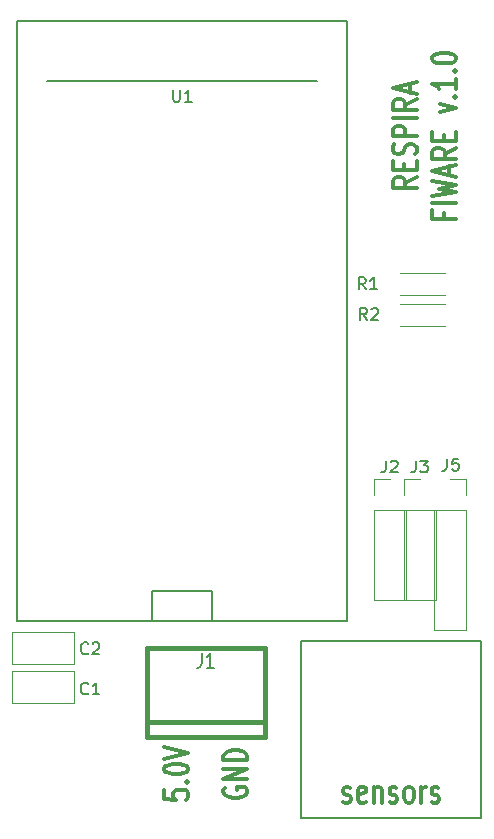
<source format=gbr>
G04 #@! TF.GenerationSoftware,KiCad,Pcbnew,5.0.2-bee76a0~70~ubuntu18.04.1*
G04 #@! TF.CreationDate,2019-09-06T11:31:54+02:00*
G04 #@! TF.ProjectId,respira_fiware,72657370-6972-4615-9f66-69776172652e,1.0*
G04 #@! TF.SameCoordinates,Original*
G04 #@! TF.FileFunction,Legend,Top*
G04 #@! TF.FilePolarity,Positive*
%FSLAX46Y46*%
G04 Gerber Fmt 4.6, Leading zero omitted, Abs format (unit mm)*
G04 Created by KiCad (PCBNEW 5.0.2-bee76a0~70~ubuntu18.04.1) date vie 06 sep 2019 11:31:54 CEST*
%MOMM*%
%LPD*%
G01*
G04 APERTURE LIST*
%ADD10C,0.304800*%
%ADD11C,0.381000*%
%ADD12C,0.120000*%
%ADD13C,0.203200*%
%ADD14C,0.200000*%
%ADD15C,0.152400*%
%ADD16C,0.150000*%
G04 APERTURE END LIST*
D10*
X98836000Y-118622476D02*
X98981142Y-118719238D01*
X99271428Y-118719238D01*
X99416571Y-118622476D01*
X99489142Y-118428952D01*
X99489142Y-118332190D01*
X99416571Y-118138666D01*
X99271428Y-118041904D01*
X99053714Y-118041904D01*
X98908571Y-117945142D01*
X98836000Y-117751619D01*
X98836000Y-117654857D01*
X98908571Y-117461333D01*
X99053714Y-117364571D01*
X99271428Y-117364571D01*
X99416571Y-117461333D01*
X100722857Y-118622476D02*
X100577714Y-118719238D01*
X100287428Y-118719238D01*
X100142285Y-118622476D01*
X100069714Y-118428952D01*
X100069714Y-117654857D01*
X100142285Y-117461333D01*
X100287428Y-117364571D01*
X100577714Y-117364571D01*
X100722857Y-117461333D01*
X100795428Y-117654857D01*
X100795428Y-117848380D01*
X100069714Y-118041904D01*
X101448571Y-117364571D02*
X101448571Y-118719238D01*
X101448571Y-117558095D02*
X101521142Y-117461333D01*
X101666285Y-117364571D01*
X101884000Y-117364571D01*
X102029142Y-117461333D01*
X102101714Y-117654857D01*
X102101714Y-118719238D01*
X102754857Y-118622476D02*
X102900000Y-118719238D01*
X103190285Y-118719238D01*
X103335428Y-118622476D01*
X103408000Y-118428952D01*
X103408000Y-118332190D01*
X103335428Y-118138666D01*
X103190285Y-118041904D01*
X102972571Y-118041904D01*
X102827428Y-117945142D01*
X102754857Y-117751619D01*
X102754857Y-117654857D01*
X102827428Y-117461333D01*
X102972571Y-117364571D01*
X103190285Y-117364571D01*
X103335428Y-117461333D01*
X104278857Y-118719238D02*
X104133714Y-118622476D01*
X104061142Y-118525714D01*
X103988571Y-118332190D01*
X103988571Y-117751619D01*
X104061142Y-117558095D01*
X104133714Y-117461333D01*
X104278857Y-117364571D01*
X104496571Y-117364571D01*
X104641714Y-117461333D01*
X104714285Y-117558095D01*
X104786857Y-117751619D01*
X104786857Y-118332190D01*
X104714285Y-118525714D01*
X104641714Y-118622476D01*
X104496571Y-118719238D01*
X104278857Y-118719238D01*
X105440000Y-118719238D02*
X105440000Y-117364571D01*
X105440000Y-117751619D02*
X105512571Y-117558095D01*
X105585142Y-117461333D01*
X105730285Y-117364571D01*
X105875428Y-117364571D01*
X106310857Y-118622476D02*
X106456000Y-118719238D01*
X106746285Y-118719238D01*
X106891428Y-118622476D01*
X106964000Y-118428952D01*
X106964000Y-118332190D01*
X106891428Y-118138666D01*
X106746285Y-118041904D01*
X106528571Y-118041904D01*
X106383428Y-117945142D01*
X106310857Y-117751619D01*
X106310857Y-117654857D01*
X106383428Y-117461333D01*
X106528571Y-117364571D01*
X106746285Y-117364571D01*
X106891428Y-117461333D01*
X88784000Y-117461142D02*
X88687238Y-117606285D01*
X88687238Y-117824000D01*
X88784000Y-118041714D01*
X88977523Y-118186857D01*
X89171047Y-118259428D01*
X89558095Y-118332000D01*
X89848380Y-118332000D01*
X90235428Y-118259428D01*
X90428952Y-118186857D01*
X90622476Y-118041714D01*
X90719238Y-117824000D01*
X90719238Y-117678857D01*
X90622476Y-117461142D01*
X90525714Y-117388571D01*
X89848380Y-117388571D01*
X89848380Y-117678857D01*
X90719238Y-116735428D02*
X88687238Y-116735428D01*
X90719238Y-115864571D01*
X88687238Y-115864571D01*
X90719238Y-115138857D02*
X88687238Y-115138857D01*
X88687238Y-114776000D01*
X88784000Y-114558285D01*
X88977523Y-114413142D01*
X89171047Y-114340571D01*
X89558095Y-114268000D01*
X89848380Y-114268000D01*
X90235428Y-114340571D01*
X90428952Y-114413142D01*
X90622476Y-114558285D01*
X90719238Y-114776000D01*
X90719238Y-115138857D01*
X83687238Y-117678857D02*
X83687238Y-118404571D01*
X84654857Y-118477142D01*
X84558095Y-118404571D01*
X84461333Y-118259428D01*
X84461333Y-117896571D01*
X84558095Y-117751428D01*
X84654857Y-117678857D01*
X84848380Y-117606285D01*
X85332190Y-117606285D01*
X85525714Y-117678857D01*
X85622476Y-117751428D01*
X85719238Y-117896571D01*
X85719238Y-118259428D01*
X85622476Y-118404571D01*
X85525714Y-118477142D01*
X85525714Y-116953142D02*
X85622476Y-116880571D01*
X85719238Y-116953142D01*
X85622476Y-117025714D01*
X85525714Y-116953142D01*
X85719238Y-116953142D01*
X83687238Y-115937142D02*
X83687238Y-115792000D01*
X83784000Y-115646857D01*
X83880761Y-115574285D01*
X84074285Y-115501714D01*
X84461333Y-115429142D01*
X84945142Y-115429142D01*
X85332190Y-115501714D01*
X85525714Y-115574285D01*
X85622476Y-115646857D01*
X85719238Y-115792000D01*
X85719238Y-115937142D01*
X85622476Y-116082285D01*
X85525714Y-116154857D01*
X85332190Y-116227428D01*
X84945142Y-116300000D01*
X84461333Y-116300000D01*
X84074285Y-116227428D01*
X83880761Y-116154857D01*
X83784000Y-116082285D01*
X83687238Y-115937142D01*
X83687238Y-114993714D02*
X85719238Y-114485714D01*
X83687238Y-113977714D01*
X105042838Y-65783428D02*
X104075219Y-66291428D01*
X105042838Y-66654285D02*
X103010838Y-66654285D01*
X103010838Y-66073714D01*
X103107600Y-65928571D01*
X103204361Y-65856000D01*
X103397885Y-65783428D01*
X103688171Y-65783428D01*
X103881695Y-65856000D01*
X103978457Y-65928571D01*
X104075219Y-66073714D01*
X104075219Y-66654285D01*
X103978457Y-65130285D02*
X103978457Y-64622285D01*
X105042838Y-64404571D02*
X105042838Y-65130285D01*
X103010838Y-65130285D01*
X103010838Y-64404571D01*
X104946076Y-63824000D02*
X105042838Y-63606285D01*
X105042838Y-63243428D01*
X104946076Y-63098285D01*
X104849314Y-63025714D01*
X104655790Y-62953142D01*
X104462266Y-62953142D01*
X104268742Y-63025714D01*
X104171980Y-63098285D01*
X104075219Y-63243428D01*
X103978457Y-63533714D01*
X103881695Y-63678857D01*
X103784933Y-63751428D01*
X103591409Y-63824000D01*
X103397885Y-63824000D01*
X103204361Y-63751428D01*
X103107600Y-63678857D01*
X103010838Y-63533714D01*
X103010838Y-63170857D01*
X103107600Y-62953142D01*
X105042838Y-62300000D02*
X103010838Y-62300000D01*
X103010838Y-61719428D01*
X103107600Y-61574285D01*
X103204361Y-61501714D01*
X103397885Y-61429142D01*
X103688171Y-61429142D01*
X103881695Y-61501714D01*
X103978457Y-61574285D01*
X104075219Y-61719428D01*
X104075219Y-62300000D01*
X105042838Y-60776000D02*
X103010838Y-60776000D01*
X105042838Y-59179428D02*
X104075219Y-59687428D01*
X105042838Y-60050285D02*
X103010838Y-60050285D01*
X103010838Y-59469714D01*
X103107600Y-59324571D01*
X103204361Y-59252000D01*
X103397885Y-59179428D01*
X103688171Y-59179428D01*
X103881695Y-59252000D01*
X103978457Y-59324571D01*
X104075219Y-59469714D01*
X104075219Y-60050285D01*
X104462266Y-58598857D02*
X104462266Y-57873142D01*
X105042838Y-58744000D02*
X103010838Y-58236000D01*
X105042838Y-57728000D01*
X107331257Y-68758857D02*
X107331257Y-69266857D01*
X108395638Y-69266857D02*
X106363638Y-69266857D01*
X106363638Y-68541142D01*
X108395638Y-67960571D02*
X106363638Y-67960571D01*
X106363638Y-67380000D02*
X108395638Y-67017142D01*
X106944209Y-66726857D01*
X108395638Y-66436571D01*
X106363638Y-66073714D01*
X107815066Y-65565714D02*
X107815066Y-64840000D01*
X108395638Y-65710857D02*
X106363638Y-65202857D01*
X108395638Y-64694857D01*
X108395638Y-63316000D02*
X107428019Y-63824000D01*
X108395638Y-64186857D02*
X106363638Y-64186857D01*
X106363638Y-63606285D01*
X106460400Y-63461142D01*
X106557161Y-63388571D01*
X106750685Y-63316000D01*
X107040971Y-63316000D01*
X107234495Y-63388571D01*
X107331257Y-63461142D01*
X107428019Y-63606285D01*
X107428019Y-64186857D01*
X107331257Y-62662857D02*
X107331257Y-62154857D01*
X108395638Y-61937142D02*
X108395638Y-62662857D01*
X106363638Y-62662857D01*
X106363638Y-61937142D01*
X107040971Y-60268000D02*
X108395638Y-59905142D01*
X107040971Y-59542285D01*
X108202114Y-58961714D02*
X108298876Y-58889142D01*
X108395638Y-58961714D01*
X108298876Y-59034285D01*
X108202114Y-58961714D01*
X108395638Y-58961714D01*
X108395638Y-57437714D02*
X108395638Y-58308571D01*
X108395638Y-57873142D02*
X106363638Y-57873142D01*
X106653923Y-58018285D01*
X106847447Y-58163428D01*
X106944209Y-58308571D01*
X108202114Y-56784571D02*
X108298876Y-56712000D01*
X108395638Y-56784571D01*
X108298876Y-56857142D01*
X108202114Y-56784571D01*
X108395638Y-56784571D01*
X106363638Y-55768571D02*
X106363638Y-55623428D01*
X106460400Y-55478285D01*
X106557161Y-55405714D01*
X106750685Y-55333142D01*
X107137733Y-55260571D01*
X107621542Y-55260571D01*
X108008590Y-55333142D01*
X108202114Y-55405714D01*
X108298876Y-55478285D01*
X108395638Y-55623428D01*
X108395638Y-55768571D01*
X108298876Y-55913714D01*
X108202114Y-55986285D01*
X108008590Y-56058857D01*
X107621542Y-56131428D01*
X107137733Y-56131428D01*
X106750685Y-56058857D01*
X106557161Y-55986285D01*
X106460400Y-55913714D01*
X106363638Y-55768571D01*
D11*
G04 #@! TO.C,J1*
X92203800Y-105602700D02*
X82196200Y-105602700D01*
X92203800Y-111914600D02*
X82234300Y-111914600D01*
X92203800Y-113184600D02*
X82183500Y-113184600D01*
X92203800Y-105602700D02*
X92203800Y-113159200D01*
X82183500Y-113171900D02*
X82183500Y-105602700D01*
D12*
G04 #@! TO.C,C1*
X76070000Y-110270000D02*
X70830000Y-110270000D01*
X76070000Y-107530000D02*
X70830000Y-107530000D01*
X76070000Y-110270000D02*
X76070000Y-107530000D01*
X70830000Y-110270000D02*
X70830000Y-107530000D01*
G04 #@! TO.C,C2*
X70830000Y-106970000D02*
X70830000Y-104230000D01*
X76070000Y-106970000D02*
X76070000Y-104230000D01*
X76070000Y-104230000D02*
X70830000Y-104230000D01*
X76070000Y-106970000D02*
X70830000Y-106970000D01*
G04 #@! TO.C,J2*
X101446248Y-91302448D02*
X102776248Y-91302448D01*
X101446248Y-92632448D02*
X101446248Y-91302448D01*
X101446248Y-93902448D02*
X104106248Y-93902448D01*
X104106248Y-93902448D02*
X104106248Y-101582448D01*
X101446248Y-93902448D02*
X101446248Y-101582448D01*
X101446248Y-101582448D02*
X104106248Y-101582448D01*
G04 #@! TO.C,J3*
X103986248Y-101582448D02*
X106646248Y-101582448D01*
X103986248Y-93902448D02*
X103986248Y-101582448D01*
X106646248Y-93902448D02*
X106646248Y-101582448D01*
X103986248Y-93902448D02*
X106646248Y-93902448D01*
X103986248Y-92632448D02*
X103986248Y-91302448D01*
X103986248Y-91302448D02*
X105316248Y-91302448D01*
D13*
G04 #@! TO.C,J4*
X95280000Y-105000020D02*
X110520000Y-105000020D01*
X95280000Y-117999740D02*
X95280000Y-105000020D01*
X95280000Y-120000000D02*
X110520000Y-120000000D01*
X110520000Y-105000020D02*
X110520000Y-117999740D01*
D14*
X95280000Y-118010000D02*
X95280000Y-120000000D01*
X110520000Y-118010000D02*
X110520000Y-120000000D01*
D12*
G04 #@! TO.C,J5*
X106526248Y-93902448D02*
X109186248Y-93902448D01*
X106526248Y-93902448D02*
X106526248Y-104122448D01*
X106526248Y-104122448D02*
X109186248Y-104122448D01*
X109186248Y-93902448D02*
X109186248Y-104122448D01*
X109186248Y-91302448D02*
X109186248Y-92632448D01*
X107856248Y-91302448D02*
X109186248Y-91302448D01*
G04 #@! TO.C,R1*
X107480000Y-75720000D02*
X103640000Y-75720000D01*
X107480000Y-73880000D02*
X103640000Y-73880000D01*
G04 #@! TO.C,R2*
X107480000Y-76480000D02*
X103640000Y-76480000D01*
X107480000Y-78320000D02*
X103640000Y-78320000D01*
D14*
G04 #@! TO.C,U1*
X71230000Y-52570000D02*
X71230000Y-103370000D01*
X71230000Y-103370000D02*
X99170000Y-103370000D01*
X99170000Y-103370000D02*
X99170000Y-52570000D01*
X99170000Y-52570000D02*
X71230000Y-52570000D01*
X82660000Y-103370000D02*
X82660000Y-100830000D01*
X82660000Y-100830000D02*
X87740000Y-100830000D01*
X87740000Y-100830000D02*
X87740000Y-103370000D01*
X73770000Y-57650000D02*
X96630000Y-57650000D01*
G04 #@! TO.C,J1*
D15*
X86861333Y-106004523D02*
X86861333Y-106911666D01*
X86812952Y-107093095D01*
X86716190Y-107214047D01*
X86571047Y-107274523D01*
X86474285Y-107274523D01*
X87877333Y-107274523D02*
X87296761Y-107274523D01*
X87587047Y-107274523D02*
X87587047Y-106004523D01*
X87490285Y-106185952D01*
X87393523Y-106306904D01*
X87296761Y-106367380D01*
G04 #@! TO.C,C1*
D16*
X77233333Y-109457142D02*
X77185714Y-109504761D01*
X77042857Y-109552380D01*
X76947619Y-109552380D01*
X76804761Y-109504761D01*
X76709523Y-109409523D01*
X76661904Y-109314285D01*
X76614285Y-109123809D01*
X76614285Y-108980952D01*
X76661904Y-108790476D01*
X76709523Y-108695238D01*
X76804761Y-108600000D01*
X76947619Y-108552380D01*
X77042857Y-108552380D01*
X77185714Y-108600000D01*
X77233333Y-108647619D01*
X78185714Y-109552380D02*
X77614285Y-109552380D01*
X77900000Y-109552380D02*
X77900000Y-108552380D01*
X77804761Y-108695238D01*
X77709523Y-108790476D01*
X77614285Y-108838095D01*
G04 #@! TO.C,C2*
X77233333Y-106057142D02*
X77185714Y-106104761D01*
X77042857Y-106152380D01*
X76947619Y-106152380D01*
X76804761Y-106104761D01*
X76709523Y-106009523D01*
X76661904Y-105914285D01*
X76614285Y-105723809D01*
X76614285Y-105580952D01*
X76661904Y-105390476D01*
X76709523Y-105295238D01*
X76804761Y-105200000D01*
X76947619Y-105152380D01*
X77042857Y-105152380D01*
X77185714Y-105200000D01*
X77233333Y-105247619D01*
X77614285Y-105247619D02*
X77661904Y-105200000D01*
X77757142Y-105152380D01*
X77995238Y-105152380D01*
X78090476Y-105200000D01*
X78138095Y-105247619D01*
X78185714Y-105342857D01*
X78185714Y-105438095D01*
X78138095Y-105580952D01*
X77566666Y-106152380D01*
X78185714Y-106152380D01*
G04 #@! TO.C,J2*
X102442914Y-89754828D02*
X102442914Y-90469114D01*
X102395295Y-90611971D01*
X102300057Y-90707209D01*
X102157200Y-90754828D01*
X102061962Y-90754828D01*
X102871486Y-89850067D02*
X102919105Y-89802448D01*
X103014343Y-89754828D01*
X103252438Y-89754828D01*
X103347676Y-89802448D01*
X103395295Y-89850067D01*
X103442914Y-89945305D01*
X103442914Y-90040543D01*
X103395295Y-90183400D01*
X102823867Y-90754828D01*
X103442914Y-90754828D01*
G04 #@! TO.C,J3*
X104982914Y-89754828D02*
X104982914Y-90469114D01*
X104935295Y-90611971D01*
X104840057Y-90707209D01*
X104697200Y-90754828D01*
X104601962Y-90754828D01*
X105363867Y-89754828D02*
X105982914Y-89754828D01*
X105649581Y-90135781D01*
X105792438Y-90135781D01*
X105887676Y-90183400D01*
X105935295Y-90231019D01*
X105982914Y-90326257D01*
X105982914Y-90564352D01*
X105935295Y-90659590D01*
X105887676Y-90707209D01*
X105792438Y-90754828D01*
X105506724Y-90754828D01*
X105411486Y-90707209D01*
X105363867Y-90659590D01*
G04 #@! TO.C,J5*
X107611314Y-89597028D02*
X107611314Y-90311314D01*
X107563695Y-90454171D01*
X107468457Y-90549409D01*
X107325600Y-90597028D01*
X107230362Y-90597028D01*
X108563695Y-89597028D02*
X108087505Y-89597028D01*
X108039886Y-90073219D01*
X108087505Y-90025600D01*
X108182743Y-89977981D01*
X108420838Y-89977981D01*
X108516076Y-90025600D01*
X108563695Y-90073219D01*
X108611314Y-90168457D01*
X108611314Y-90406552D01*
X108563695Y-90501790D01*
X108516076Y-90549409D01*
X108420838Y-90597028D01*
X108182743Y-90597028D01*
X108087505Y-90549409D01*
X108039886Y-90501790D01*
G04 #@! TO.C,R1*
X100733333Y-75252380D02*
X100400000Y-74776190D01*
X100161904Y-75252380D02*
X100161904Y-74252380D01*
X100542857Y-74252380D01*
X100638095Y-74300000D01*
X100685714Y-74347619D01*
X100733333Y-74442857D01*
X100733333Y-74585714D01*
X100685714Y-74680952D01*
X100638095Y-74728571D01*
X100542857Y-74776190D01*
X100161904Y-74776190D01*
X101685714Y-75252380D02*
X101114285Y-75252380D01*
X101400000Y-75252380D02*
X101400000Y-74252380D01*
X101304761Y-74395238D01*
X101209523Y-74490476D01*
X101114285Y-74538095D01*
G04 #@! TO.C,R2*
X100833333Y-77852380D02*
X100500000Y-77376190D01*
X100261904Y-77852380D02*
X100261904Y-76852380D01*
X100642857Y-76852380D01*
X100738095Y-76900000D01*
X100785714Y-76947619D01*
X100833333Y-77042857D01*
X100833333Y-77185714D01*
X100785714Y-77280952D01*
X100738095Y-77328571D01*
X100642857Y-77376190D01*
X100261904Y-77376190D01*
X101214285Y-76947619D02*
X101261904Y-76900000D01*
X101357142Y-76852380D01*
X101595238Y-76852380D01*
X101690476Y-76900000D01*
X101738095Y-76947619D01*
X101785714Y-77042857D01*
X101785714Y-77138095D01*
X101738095Y-77280952D01*
X101166666Y-77852380D01*
X101785714Y-77852380D01*
G04 #@! TO.C,U1*
X84438095Y-58372380D02*
X84438095Y-59181904D01*
X84485714Y-59277142D01*
X84533333Y-59324761D01*
X84628571Y-59372380D01*
X84819047Y-59372380D01*
X84914285Y-59324761D01*
X84961904Y-59277142D01*
X85009523Y-59181904D01*
X85009523Y-58372380D01*
X86009523Y-59372380D02*
X85438095Y-59372380D01*
X85723809Y-59372380D02*
X85723809Y-58372380D01*
X85628571Y-58515238D01*
X85533333Y-58610476D01*
X85438095Y-58658095D01*
G04 #@! TD*
M02*

</source>
